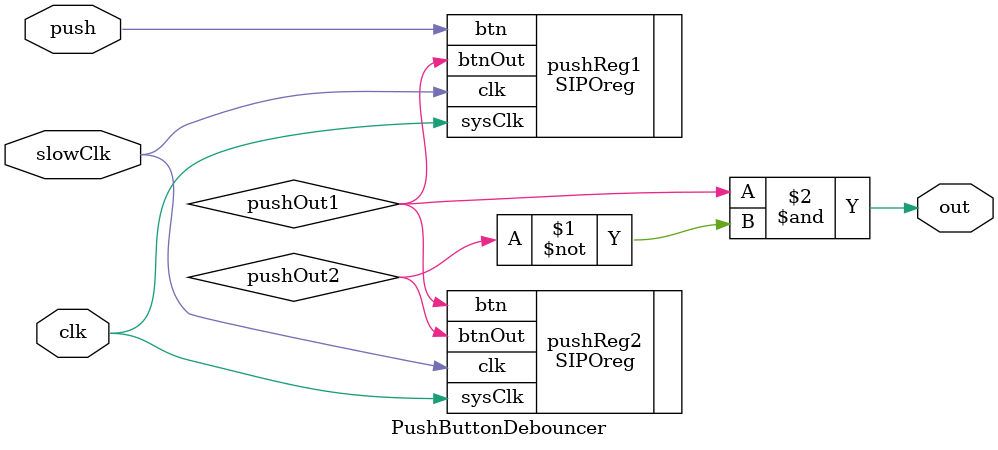
<source format=sv>
`timescale 1ns / 1ps
/* GOAL: Create a design that debounces an input signal from a pushbutton to create a reliable
 *      output.
 *
 * push is the pushbutton input that is to be debounced
 * clk is the clock signal provided by the Blackboard FPGA, which is divided into slowClk
 * out is the debounced output of the pushbutton
 *
 * Created by: MorphoCH22
 * Board used: RealDigital Blackboard (Xilinx XC7007S ZYNQ)
 */

module PushButtonDebouncer(
        input push, clk, slowClk,
        output out
    );
    
    wire pushOut1, pushOut2;
    
    SIPOreg pushReg1 (
              .btn(push),
              .sysClk(clk),
              .clk(slowClk),
              .btnOut(pushOut1)
              );
              
    SIPOreg pushReg2 (
              .btn(pushOut1),
              .sysClk(clk),
              .clk(slowClk),
              .btnOut(pushOut2)
              );
    
    assign out = pushOut1 & ~pushOut2;
    
endmodule

</source>
